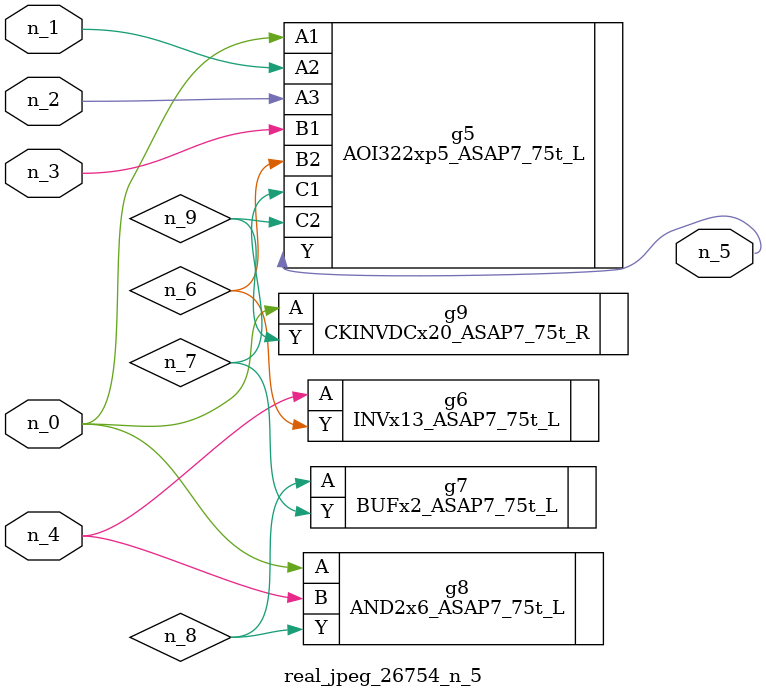
<source format=v>
module real_jpeg_26754_n_5 (n_4, n_0, n_1, n_2, n_3, n_5);

input n_4;
input n_0;
input n_1;
input n_2;
input n_3;

output n_5;

wire n_8;
wire n_6;
wire n_7;
wire n_9;

AOI322xp5_ASAP7_75t_L g5 ( 
.A1(n_0),
.A2(n_1),
.A3(n_2),
.B1(n_3),
.B2(n_6),
.C1(n_7),
.C2(n_9),
.Y(n_5)
);

AND2x6_ASAP7_75t_L g8 ( 
.A(n_0),
.B(n_4),
.Y(n_8)
);

CKINVDCx20_ASAP7_75t_R g9 ( 
.A(n_0),
.Y(n_9)
);

INVx13_ASAP7_75t_L g6 ( 
.A(n_4),
.Y(n_6)
);

BUFx2_ASAP7_75t_L g7 ( 
.A(n_8),
.Y(n_7)
);


endmodule
</source>
